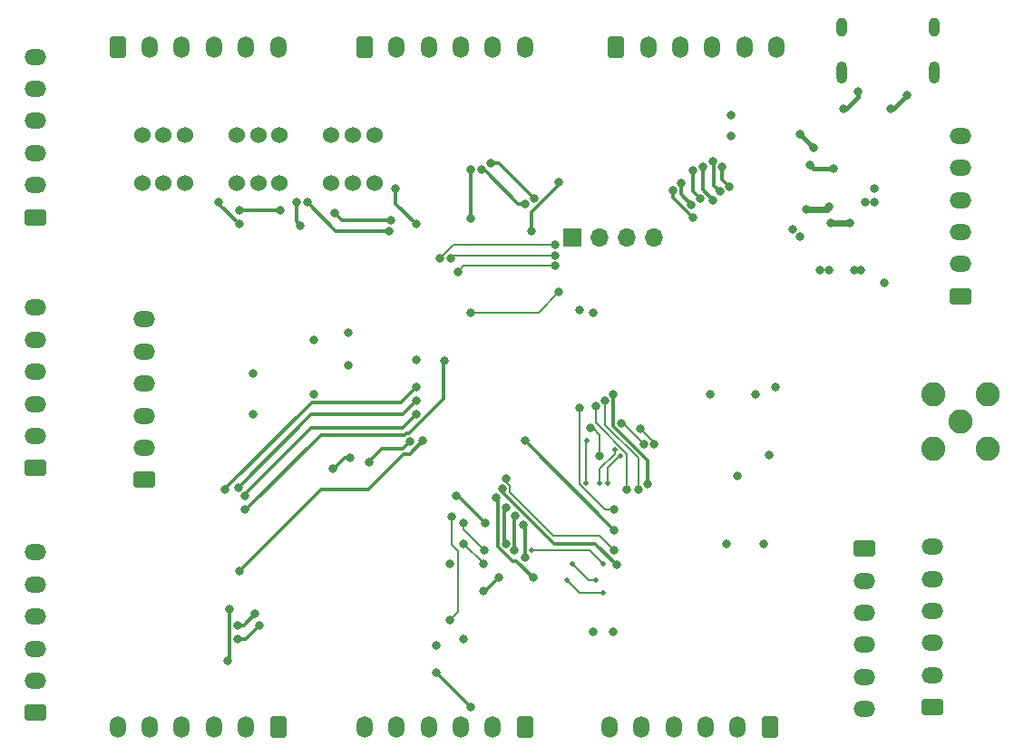
<source format=gbr>
%TF.GenerationSoftware,KiCad,Pcbnew,7.0.7*%
%TF.CreationDate,2023-09-06T20:36:42+03:00*%
%TF.ProjectId,apollo,61706f6c-6c6f-42e6-9b69-6361645f7063,rev?*%
%TF.SameCoordinates,Original*%
%TF.FileFunction,Copper,L4,Bot*%
%TF.FilePolarity,Positive*%
%FSLAX46Y46*%
G04 Gerber Fmt 4.6, Leading zero omitted, Abs format (unit mm)*
G04 Created by KiCad (PCBNEW 7.0.7) date 2023-09-06 20:36:42*
%MOMM*%
%LPD*%
G01*
G04 APERTURE LIST*
G04 Aperture macros list*
%AMRoundRect*
0 Rectangle with rounded corners*
0 $1 Rounding radius*
0 $2 $3 $4 $5 $6 $7 $8 $9 X,Y pos of 4 corners*
0 Add a 4 corners polygon primitive as box body*
4,1,4,$2,$3,$4,$5,$6,$7,$8,$9,$2,$3,0*
0 Add four circle primitives for the rounded corners*
1,1,$1+$1,$2,$3*
1,1,$1+$1,$4,$5*
1,1,$1+$1,$6,$7*
1,1,$1+$1,$8,$9*
0 Add four rect primitives between the rounded corners*
20,1,$1+$1,$2,$3,$4,$5,0*
20,1,$1+$1,$4,$5,$6,$7,0*
20,1,$1+$1,$6,$7,$8,$9,0*
20,1,$1+$1,$8,$9,$2,$3,0*%
G04 Aperture macros list end*
%TA.AperFunction,ComponentPad*%
%ADD10RoundRect,0.250001X0.759999X-0.499999X0.759999X0.499999X-0.759999X0.499999X-0.759999X-0.499999X0*%
%TD*%
%TA.AperFunction,ComponentPad*%
%ADD11O,2.020000X1.500000*%
%TD*%
%TA.AperFunction,ComponentPad*%
%ADD12R,1.700000X1.700000*%
%TD*%
%TA.AperFunction,ComponentPad*%
%ADD13O,1.700000X1.700000*%
%TD*%
%TA.AperFunction,ComponentPad*%
%ADD14RoundRect,0.250001X-0.499999X-0.759999X0.499999X-0.759999X0.499999X0.759999X-0.499999X0.759999X0*%
%TD*%
%TA.AperFunction,ComponentPad*%
%ADD15O,1.500000X2.020000*%
%TD*%
%TA.AperFunction,ComponentPad*%
%ADD16O,1.000000X1.800000*%
%TD*%
%TA.AperFunction,ComponentPad*%
%ADD17O,1.000000X2.100000*%
%TD*%
%TA.AperFunction,ComponentPad*%
%ADD18C,2.250000*%
%TD*%
%TA.AperFunction,ComponentPad*%
%ADD19RoundRect,0.250001X0.499999X0.759999X-0.499999X0.759999X-0.499999X-0.759999X0.499999X-0.759999X0*%
%TD*%
%TA.AperFunction,ComponentPad*%
%ADD20C,1.524000*%
%TD*%
%TA.AperFunction,ComponentPad*%
%ADD21RoundRect,0.250001X-0.759999X0.499999X-0.759999X-0.499999X0.759999X-0.499999X0.759999X0.499999X0*%
%TD*%
%TA.AperFunction,ViaPad*%
%ADD22C,0.800000*%
%TD*%
%TA.AperFunction,ViaPad*%
%ADD23C,0.500000*%
%TD*%
%TA.AperFunction,Conductor*%
%ADD24C,0.200000*%
%TD*%
%TA.AperFunction,Conductor*%
%ADD25C,0.300000*%
%TD*%
%TA.AperFunction,Conductor*%
%ADD26C,0.450000*%
%TD*%
%TA.AperFunction,Conductor*%
%ADD27C,0.600000*%
%TD*%
G04 APERTURE END LIST*
D10*
%TO.P,J9,1,Pin_1*%
%TO.N,BTN_1*%
X121285000Y-102805000D03*
D11*
%TO.P,J9,2,Pin_2*%
%TO.N,ADC_01*%
X121285000Y-99805000D03*
%TO.P,J9,3,Pin_3*%
%TO.N,ADC_00*%
X121285000Y-96805000D03*
%TO.P,J9,4,Pin_4*%
%TO.N,ADC_11*%
X121285000Y-93805000D03*
%TO.P,J9,5,Pin_5*%
%TO.N,ADC_10*%
X121285000Y-90805000D03*
%TO.P,J9,6,Pin_6*%
%TO.N,GND*%
X121285000Y-87805000D03*
%TD*%
D12*
%TO.P,J16,1,Pin_1*%
%TO.N,Net-(J16-Pin_1)*%
X171450000Y-81280000D03*
D13*
%TO.P,J16,2,Pin_2*%
%TO.N,Net-(J16-Pin_2)*%
X173990000Y-81280000D03*
%TO.P,J16,3,Pin_3*%
%TO.N,Net-(J16-Pin_3)*%
X176530000Y-81280000D03*
%TO.P,J16,4,Pin_4*%
%TO.N,Net-(J16-Pin_4)*%
X179070000Y-81280000D03*
%TD*%
D14*
%TO.P,J11,1,Pin_1*%
%TO.N,BTN_1*%
X128970000Y-63500000D03*
D15*
%TO.P,J11,2,Pin_2*%
%TO.N,GPIO_01*%
X131970000Y-63500000D03*
%TO.P,J11,3,Pin_3*%
%TO.N,GPIO_98*%
X134970000Y-63500000D03*
%TO.P,J11,4,Pin_4*%
%TO.N,GPIO_97*%
X137970000Y-63500000D03*
%TO.P,J11,5,Pin_5*%
%TO.N,GPIO_96*%
X140970000Y-63500000D03*
%TO.P,J11,6,Pin_6*%
%TO.N,GND*%
X143970000Y-63500000D03*
%TD*%
D16*
%TO.P,J2,S1,SHIELD*%
%TO.N,unconnected-(J2-SHIELD-PadS1)*%
X196570500Y-61650000D03*
D17*
X196570500Y-65850000D03*
D16*
X205210500Y-61650000D03*
D17*
X205210500Y-65850000D03*
%TD*%
D10*
%TO.P,J15,1,Pin_1*%
%TO.N,BTN_1*%
X205050000Y-125140000D03*
D11*
%TO.P,J15,2,Pin_2*%
%TO.N,GND*%
X205050000Y-122140000D03*
%TO.P,J15,3,Pin_3*%
%TO.N,BTN_1*%
X205050000Y-119140000D03*
%TO.P,J15,4,Pin_4*%
%TO.N,GND*%
X205050000Y-116140000D03*
%TO.P,J15,5,Pin_5*%
%TO.N,BTN_1*%
X205050000Y-113140000D03*
%TO.P,J15,6,Pin_6*%
%TO.N,GND*%
X205050000Y-110140000D03*
%TD*%
D18*
%TO.P,J5,1,In*%
%TO.N,Net-(J5-In)*%
X207645000Y-98425000D03*
%TO.P,J5,2,Ext*%
%TO.N,GND*%
X210185000Y-95885000D03*
X205105000Y-95885000D03*
X210185000Y-100965000D03*
X205105000Y-100965000D03*
%TD*%
D19*
%TO.P,J13,1,Pin_1*%
%TO.N,BTN_1*%
X167005000Y-127000000D03*
D15*
%TO.P,J13,2,Pin_2*%
%TO.N,DAC*%
X164005000Y-127000000D03*
%TO.P,J13,3,Pin_3*%
%TO.N,I2C_SDA*%
X161005000Y-127000000D03*
%TO.P,J13,4,Pin_4*%
%TO.N,I2C_SCL*%
X158005000Y-127000000D03*
%TO.P,J13,5,Pin_5*%
%TO.N,GPIO_45*%
X155005000Y-127000000D03*
%TO.P,J13,6,Pin_6*%
%TO.N,GND*%
X152005000Y-127000000D03*
%TD*%
D20*
%TO.P,SW4,1,1*%
%TO.N,BTN_1*%
X135255000Y-76200000D03*
%TO.P,SW4,2,2*%
%TO.N,GND*%
X133255000Y-76200000D03*
X131255000Y-76200000D03*
%TO.P,SW4,4*%
%TO.N,N/C*%
X131255000Y-71700000D03*
%TO.P,SW4,5*%
X133255000Y-71700000D03*
%TO.P,SW4,6*%
X135255000Y-71700000D03*
%TD*%
D10*
%TO.P,J12,1,Pin_1*%
%TO.N,BTN_1*%
X121285000Y-125665000D03*
D11*
%TO.P,J12,2,Pin_2*%
%TO.N,SPI3_SCK*%
X121285000Y-122665000D03*
%TO.P,J12,3,Pin_3*%
%TO.N,SPI3_MISO*%
X121285000Y-119665000D03*
%TO.P,J12,4,Pin_4*%
%TO.N,SPI3_MOSI*%
X121285000Y-116665000D03*
%TO.P,J12,5,Pin_5*%
%TO.N,SPI3_CE*%
X121285000Y-113665000D03*
%TO.P,J12,6,Pin_6*%
%TO.N,GND*%
X121285000Y-110665000D03*
%TD*%
D10*
%TO.P,J14,1,Pin_1*%
%TO.N,VCC*%
X207645000Y-86755000D03*
D11*
%TO.P,J14,2,Pin_2*%
%TO.N,GND*%
X207645000Y-83755000D03*
%TO.P,J14,3,Pin_3*%
%TO.N,VCC*%
X207645000Y-80755000D03*
%TO.P,J14,4,Pin_4*%
%TO.N,GND*%
X207645000Y-77755000D03*
%TO.P,J14,5,Pin_5*%
%TO.N,VCC*%
X207645000Y-74755000D03*
%TO.P,J14,6,Pin_6*%
%TO.N,GND*%
X207645000Y-71755000D03*
%TD*%
D21*
%TO.P,J7,1,Pin_1*%
%TO.N,T4C2*%
X198700000Y-110315000D03*
D11*
%TO.P,J7,2,Pin_2*%
%TO.N,T4C1*%
X198700000Y-113315000D03*
%TO.P,J7,3,Pin_3*%
%TO.N,BTN_1*%
X198700000Y-116315000D03*
%TO.P,J7,4,Pin_4*%
%TO.N,GPIO_58*%
X198700000Y-119315000D03*
%TO.P,J7,5,Pin_5*%
%TO.N,GPIO_57*%
X198700000Y-122315000D03*
%TO.P,J7,6,Pin_6*%
%TO.N,GND*%
X198700000Y-125315000D03*
%TD*%
D14*
%TO.P,J3,1,Pin_1*%
%TO.N,BTN_1*%
X152005000Y-63500000D03*
D15*
%TO.P,J3,2,Pin_2*%
%TO.N,JTDO*%
X155005000Y-63500000D03*
%TO.P,J3,3,Pin_3*%
%TO.N,JTCK*%
X158005000Y-63500000D03*
%TO.P,J3,4,Pin_4*%
%TO.N,JSTM*%
X161005000Y-63500000D03*
%TO.P,J3,5,Pin_5*%
%TO.N,JTDI*%
X164005000Y-63500000D03*
%TO.P,J3,6,Pin_6*%
%TO.N,NJTRST*%
X167005000Y-63500000D03*
%TD*%
D10*
%TO.P,J10,1,Pin_1*%
%TO.N,BTN_1*%
X121285000Y-79375000D03*
D11*
%TO.P,J10,2,Pin_2*%
%TO.N,GPIO_05*%
X121285000Y-76375000D03*
%TO.P,J10,3,Pin_3*%
%TO.N,GPIO_04*%
X121285000Y-73375000D03*
%TO.P,J10,4,Pin_4*%
%TO.N,GPIO_03*%
X121285000Y-70375000D03*
%TO.P,J10,5,Pin_5*%
%TO.N,GPIO_02*%
X121285000Y-67375000D03*
%TO.P,J10,6,Pin_6*%
%TO.N,GND*%
X121285000Y-64375000D03*
%TD*%
D20*
%TO.P,SW5,1,1*%
%TO.N,BTN_1*%
X144113000Y-76200000D03*
%TO.P,SW5,2,2*%
%TO.N,GND*%
X142113000Y-76200000D03*
X140113000Y-76200000D03*
%TO.P,SW5,4*%
%TO.N,N/C*%
X140113000Y-71700000D03*
%TO.P,SW5,5*%
X142113000Y-71700000D03*
%TO.P,SW5,6*%
X144113000Y-71700000D03*
%TD*%
%TO.P,SW6,1,1*%
%TO.N,BTN_1*%
X152940000Y-76200000D03*
%TO.P,SW6,2,2*%
%TO.N,GND*%
X150940000Y-76200000D03*
X148940000Y-76200000D03*
%TO.P,SW6,4*%
%TO.N,N/C*%
X148940000Y-71700000D03*
%TO.P,SW6,5*%
X150940000Y-71700000D03*
%TO.P,SW6,6*%
X152940000Y-71700000D03*
%TD*%
D10*
%TO.P,J4,1,Pin_1*%
%TO.N,BTN_1*%
X131445000Y-103900000D03*
D11*
%TO.P,J4,2,Pin_2*%
X131445000Y-100900000D03*
%TO.P,J4,3,Pin_3*%
X131445000Y-97900000D03*
%TO.P,J4,4,Pin_4*%
%TO.N,Net-(J4-Pin_4)*%
X131445000Y-94900000D03*
%TO.P,J4,5,Pin_5*%
%TO.N,Net-(J4-Pin_5)*%
X131445000Y-91900000D03*
%TO.P,J4,6,Pin_6*%
%TO.N,Net-(J4-Pin_6)*%
X131445000Y-88900000D03*
%TD*%
D19*
%TO.P,J8,1,Pin_1*%
%TO.N,BTN_1*%
X189865000Y-127000000D03*
D15*
%TO.P,J8,2,Pin_2*%
%TO.N,GPIO_44*%
X186865000Y-127000000D03*
%TO.P,J8,3,Pin_3*%
%TO.N,GPIO_43*%
X183865000Y-127000000D03*
%TO.P,J8,4,Pin_4*%
%TO.N,GPIO_42*%
X180865000Y-127000000D03*
%TO.P,J8,5,Pin_5*%
%TO.N,GPIO_41*%
X177865000Y-127000000D03*
%TO.P,J8,6,Pin_6*%
%TO.N,GND*%
X174865000Y-127000000D03*
%TD*%
D19*
%TO.P,J1,1,Pin_1*%
%TO.N,GND*%
X143970000Y-127000000D03*
D15*
%TO.P,J1,2,Pin_2*%
%TO.N,UART_CTS*%
X140970000Y-127000000D03*
%TO.P,J1,3,Pin_3*%
%TO.N,Net-(J1-Pin_3)*%
X137970000Y-127000000D03*
%TO.P,J1,4,Pin_4*%
%TO.N,UART_TX*%
X134970000Y-127000000D03*
%TO.P,J1,5,Pin_5*%
%TO.N,UART_RX*%
X131970000Y-127000000D03*
%TO.P,J1,6,Pin_6*%
%TO.N,UART_RTS*%
X128970000Y-127000000D03*
%TD*%
D14*
%TO.P,J6,1,Pin_1*%
%TO.N,T3C4*%
X175500000Y-63500000D03*
D15*
%TO.P,J6,2,Pin_2*%
%TO.N,T3C3*%
X178500000Y-63500000D03*
%TO.P,J6,3,Pin_3*%
%TO.N,T3C2*%
X181500000Y-63500000D03*
%TO.P,J6,4,Pin_4*%
%TO.N,T3C1*%
X184500000Y-63500000D03*
%TO.P,J6,5,Pin_5*%
%TO.N,T4C4*%
X187500000Y-63500000D03*
%TO.P,J6,6,Pin_6*%
%TO.N,T4C3*%
X190500000Y-63500000D03*
%TD*%
D22*
%TO.N,Net-(J16-Pin_4)*%
X161925000Y-88265000D03*
X170180000Y-86360000D03*
%TO.N,Net-(J16-Pin_3)*%
X160759003Y-84455000D03*
X169809500Y-83914006D03*
%TO.N,Net-(J16-Pin_2)*%
X160059503Y-83185000D03*
X169809500Y-82914503D03*
%TO.N,Net-(J16-Pin_1)*%
X169809500Y-81915000D03*
X159060000Y-83185000D03*
%TO.N,DAC*%
X158750000Y-121920000D03*
X161925000Y-125095000D03*
%TO.N,BOOT*%
X159490023Y-92815023D03*
X140895500Y-106680000D03*
%TO.N,SPI3_SCK*%
X157479379Y-100255523D03*
X140335000Y-112395000D03*
%TO.N,GPIO_01*%
X140335000Y-80010000D03*
X138430000Y-77990500D03*
%TO.N,GPIO_98*%
X145685497Y-77990500D03*
X146050000Y-80124500D03*
%TO.N,GPIO_97*%
X154305000Y-80645000D03*
X146685000Y-77990500D03*
%TO.N,GPIO_96*%
X154460227Y-79644727D03*
X149210940Y-78935986D03*
%TO.N,GPIO_57*%
X175324500Y-106680000D03*
X172085000Y-97179500D03*
%TO.N,GPIO_58*%
X173606153Y-96990975D03*
X176530000Y-104775000D03*
%TO.N,T4C1*%
X174486997Y-96518619D03*
X177575817Y-104840195D03*
%TO.N,T4C2*%
X175260000Y-95885000D03*
X178435000Y-104329500D03*
%TO.N,T3C4*%
X182715437Y-79425062D03*
X180837819Y-76838015D03*
%TO.N,T3C3*%
X182534037Y-78183708D03*
X181591278Y-76181278D03*
%TO.N,T3C2*%
X183369165Y-77634557D03*
X182644485Y-75000634D03*
%TO.N,T3C1*%
X184549110Y-77754548D03*
X183576853Y-74640500D03*
%TO.N,T4C4*%
X185187005Y-76985071D03*
X184542040Y-74162806D03*
%TO.N,T4C3*%
X185420000Y-74640500D03*
X186055000Y-76489500D03*
%TO.N,NJTRST*%
X156845000Y-80010000D03*
X154940000Y-76720500D03*
%TO.N,JTDI*%
X167640000Y-80645000D03*
X170180000Y-76085500D03*
%TO.N,JSTM*%
X167857993Y-77584031D03*
X163830000Y-74295000D03*
%TO.N,JTCK*%
X167005000Y-78105000D03*
X162924503Y-74930000D03*
%TO.N,JTDO*%
X161925000Y-79489500D03*
X161925000Y-74930000D03*
%TO.N,BTN_1*%
X140335000Y-78740000D03*
X144145000Y-78740000D03*
%TO.N,SPI3_CE*%
X156845000Y-95250000D03*
X139027546Y-104764502D03*
%TO.N,SPI3_MOSI*%
X156845000Y-96520000D03*
X140224369Y-104655832D03*
%TO.N,SPI3_MISO*%
X156845000Y-97790000D03*
X140895500Y-105410000D03*
%TO.N,Net-(J1-Pin_3)*%
X139220227Y-120805227D03*
X139451470Y-115956470D03*
%TO.N,UART_TX*%
X156237246Y-100303018D03*
X152448010Y-102283010D03*
X142240000Y-117475000D03*
X140220500Y-118745000D03*
%TO.N,UART_RX*%
X141817477Y-116417477D03*
X140220500Y-117475000D03*
%TO.N,UART_RTS*%
X149110500Y-102812750D03*
X150707477Y-101812477D03*
%TO.N,GPIO_44*%
X167005000Y-100255500D03*
X175324500Y-108585000D03*
%TO.N,GPIO_43*%
X165241449Y-103793724D03*
X175324500Y-110490000D03*
%TO.N,GPIO_42*%
X164863484Y-104719007D03*
X175531500Y-111825856D03*
%TO.N,GPIO_41*%
X164350500Y-105576826D03*
X167754500Y-113030000D03*
%TO.N,I2C_SDA*%
X166871549Y-108097306D03*
X167005000Y-111125000D03*
%TO.N,I2C_SCL*%
X166041813Y-110500849D03*
X166059122Y-107284878D03*
%TO.N,GPIO_45*%
X165277122Y-106502878D03*
X165279000Y-109855000D03*
%TO.N,VCC*%
X202679500Y-67954116D03*
X201180500Y-69215000D03*
X198066560Y-67664657D03*
X197345000Y-79870000D03*
X195546000Y-79870000D03*
X196715227Y-69230227D03*
%TO.N,CSB_ACCEL*%
X163130500Y-111760000D03*
X161225500Y-109855000D03*
%TO.N,CSB_GYRO*%
X160020000Y-116969500D03*
X160159500Y-107315000D03*
%TO.N,INT1_ACC*%
X163130500Y-114300000D03*
X163259500Y-107950000D03*
X164529500Y-113030000D03*
X160590500Y-105410000D03*
%TO.N,INT2__ACC*%
X163195000Y-110490000D03*
X161225500Y-107950000D03*
D23*
%TO.N,CSB_MAG*%
X174282000Y-111760000D03*
X167640000Y-110490000D03*
%TO.N,INT1_MAG*%
X174284009Y-114453147D03*
X170942000Y-113284000D03*
%TO.N,MAG_DRDY*%
X171450000Y-111760000D03*
X173633731Y-113233656D03*
%TO.N,SPI2_SCK*%
X172791056Y-100258944D03*
X172720000Y-104179500D03*
D22*
X177800000Y-99140500D03*
X179070000Y-100539500D03*
%TO.N,SPI2_MISO*%
X173131088Y-99060937D03*
D23*
X175906171Y-101669007D03*
X174689503Y-104179500D03*
D22*
X173990000Y-101664500D03*
D23*
%TO.N,SPI2_MOSI*%
X173990000Y-104179500D03*
D22*
X178070497Y-100539500D03*
D23*
X175396576Y-101115000D03*
D22*
X176011685Y-98605590D03*
%TO.N,USBD-*%
X192635500Y-71615000D03*
X193905500Y-72885000D03*
%TO.N,BTN_1*%
X189765000Y-101600000D03*
X158750000Y-119380000D03*
X195390003Y-84315000D03*
X198350500Y-84315000D03*
X172064270Y-88002323D03*
X141605000Y-97790000D03*
X193255840Y-78602186D03*
X160020000Y-111760000D03*
X197715500Y-84315000D03*
X173355000Y-88265000D03*
X161290000Y-118745000D03*
X175260000Y-118111250D03*
X150495000Y-90170000D03*
X141605000Y-93980000D03*
X150495000Y-93230500D03*
X147320000Y-90805000D03*
X147320000Y-95885000D03*
X195361793Y-78413707D03*
X156845000Y-92710000D03*
X194540500Y-84315000D03*
X185800000Y-109855000D03*
X189269258Y-109855000D03*
X173355000Y-118111250D03*
X186830500Y-103505000D03*
%TO.N,GND*%
X184295000Y-95885000D03*
X198770997Y-77965000D03*
X193639990Y-74524490D03*
X190400000Y-95250000D03*
X192000500Y-80505000D03*
X188495000Y-95885000D03*
X186245000Y-69850000D03*
X192635500Y-81140000D03*
X200560750Y-85519750D03*
X186245000Y-71755000D03*
X199620500Y-76695000D03*
X199620500Y-77965000D03*
X195810500Y-74790000D03*
%TD*%
D24*
%TO.N,Net-(J16-Pin_4)*%
X168275000Y-88265000D02*
X161925000Y-88265000D01*
X170180000Y-86360000D02*
X168275000Y-88265000D01*
%TO.N,Net-(J16-Pin_3)*%
X161299997Y-83914006D02*
X160759003Y-84455000D01*
X169809500Y-83914006D02*
X161299997Y-83914006D01*
%TO.N,Net-(J16-Pin_2)*%
X160330000Y-82914503D02*
X160059503Y-83185000D01*
X169809500Y-82914503D02*
X160330000Y-82914503D01*
%TO.N,Net-(J16-Pin_1)*%
X159060000Y-83185000D02*
X160330000Y-81915000D01*
X160330000Y-81915000D02*
X169809500Y-81915000D01*
D25*
%TO.N,DAC*%
X161925000Y-125095000D02*
X158750000Y-121920000D01*
%TO.N,SPI3_SCK*%
X156269902Y-101465000D02*
X157479379Y-100255523D01*
X155710000Y-101465000D02*
X156269902Y-101465000D01*
X152400000Y-104775000D02*
X155710000Y-101465000D01*
X147955000Y-104775000D02*
X152400000Y-104775000D01*
X140335000Y-112395000D02*
X147955000Y-104775000D01*
%TO.N,UART_TX*%
X153670000Y-100965000D02*
X155575264Y-100965000D01*
X152448010Y-102186990D02*
X153670000Y-100965000D01*
X152448010Y-102283010D02*
X152448010Y-102186990D01*
X155575264Y-100965000D02*
X156237246Y-100303018D01*
%TO.N,SPI3_MISO*%
X155575000Y-99060000D02*
X156845000Y-97790000D01*
X147072500Y-99060000D02*
X155575000Y-99060000D01*
X140895500Y-105237000D02*
X147072500Y-99060000D01*
X140895500Y-105410000D02*
X140895500Y-105237000D01*
%TO.N,BOOT*%
X159385000Y-96310661D02*
X159385000Y-92920046D01*
X156142643Y-99553018D02*
X159385000Y-96310661D01*
X155926585Y-99553018D02*
X156142643Y-99553018D01*
X155784603Y-99695000D02*
X155926585Y-99553018D01*
X147955000Y-99695000D02*
X155784603Y-99695000D01*
X159385000Y-92920046D02*
X159490023Y-92815023D01*
X140970000Y-106680000D02*
X147955000Y-99695000D01*
X140895500Y-106680000D02*
X140970000Y-106680000D01*
%TO.N,SPI3_CE*%
X155460000Y-96635000D02*
X156845000Y-95250000D01*
X139027546Y-104737546D02*
X147130092Y-96635000D01*
X147130092Y-96635000D02*
X155460000Y-96635000D01*
X139027546Y-104764502D02*
X139027546Y-104737546D01*
%TO.N,SPI3_MOSI*%
X147035046Y-97790000D02*
X155575000Y-97790000D01*
X140224369Y-104600677D02*
X147035046Y-97790000D01*
X140224369Y-104655832D02*
X140224369Y-104600677D01*
X155575000Y-97790000D02*
X156845000Y-96520000D01*
%TO.N,UART_RTS*%
X149167750Y-102812750D02*
X150168023Y-101812477D01*
X149110500Y-102812750D02*
X149167750Y-102812750D01*
X150168023Y-101812477D02*
X150707477Y-101812477D01*
%TO.N,GPIO_01*%
X138430000Y-78105000D02*
X140335000Y-80010000D01*
X138430000Y-77990500D02*
X138430000Y-78105000D01*
%TO.N,GPIO_98*%
X146050000Y-80124500D02*
X145685497Y-79759997D01*
X145685497Y-79759997D02*
X145685497Y-77990500D01*
%TO.N,GPIO_97*%
X149339500Y-80645000D02*
X154305000Y-80645000D01*
X146685000Y-77990500D02*
X149339500Y-80645000D01*
%TO.N,GPIO_96*%
X149919681Y-79644727D02*
X154460227Y-79644727D01*
X149210940Y-78935986D02*
X149919681Y-79644727D01*
D24*
%TO.N,GPIO_57*%
X172085000Y-104322318D02*
X172085000Y-97179500D01*
X174442682Y-106680000D02*
X172085000Y-104322318D01*
X175324500Y-106680000D02*
X174442682Y-106680000D01*
%TO.N,SPI2_MISO*%
X173990000Y-99695000D02*
X173990000Y-101664500D01*
X173355937Y-99060937D02*
X173990000Y-99695000D01*
X173131088Y-99060937D02*
X173355937Y-99060937D01*
%TO.N,GPIO_58*%
X173606153Y-96990975D02*
X173606153Y-98546759D01*
X173606153Y-98546759D02*
X176530000Y-101470606D01*
X176530000Y-101470606D02*
X176530000Y-104775000D01*
%TO.N,T4C1*%
X174486997Y-96518619D02*
X174486997Y-98777252D01*
X177575817Y-101866072D02*
X177575817Y-104840195D01*
X174486997Y-98777252D02*
X177575817Y-101866072D01*
D25*
%TO.N,T4C2*%
X175260000Y-98913859D02*
X178435000Y-102088859D01*
X175260000Y-95885000D02*
X175260000Y-98913859D01*
X178435000Y-102088859D02*
X178435000Y-104329500D01*
D24*
%TO.N,SPI2_MISO*%
X175825993Y-101669007D02*
X174689503Y-102805497D01*
X175906171Y-101669007D02*
X175825993Y-101669007D01*
X174689503Y-102805497D02*
X174689503Y-104179500D01*
%TO.N,SPI2_MOSI*%
X173990000Y-102870000D02*
X173990000Y-104179500D01*
X175396576Y-101115000D02*
X175396576Y-101463424D01*
X175396576Y-101463424D02*
X173990000Y-102870000D01*
X176136587Y-98605590D02*
X178070497Y-100539500D01*
X176011685Y-98605590D02*
X176136587Y-98605590D01*
D25*
%TO.N,T3C4*%
X180837819Y-77547444D02*
X182715437Y-79425062D01*
X180837819Y-76838015D02*
X180837819Y-77547444D01*
%TO.N,T3C3*%
X181591278Y-76181278D02*
X181591278Y-77240949D01*
X181591278Y-77240949D02*
X182534037Y-78183708D01*
%TO.N,T3C2*%
X182644485Y-76909877D02*
X182644485Y-75000634D01*
X183369165Y-77634557D02*
X182644485Y-76909877D01*
%TO.N,T3C1*%
X183576853Y-76782291D02*
X183576853Y-74640500D01*
X184549110Y-77754548D02*
X183576853Y-76782291D01*
%TO.N,T4C4*%
X184670500Y-76468566D02*
X184670500Y-74291266D01*
X185187005Y-76985071D02*
X184670500Y-76468566D01*
X184670500Y-74291266D02*
X184542040Y-74162806D01*
%TO.N,T4C3*%
X185420000Y-74640500D02*
X185420000Y-75854500D01*
X185420000Y-75854500D02*
X186055000Y-76489500D01*
%TO.N,NJTRST*%
X154940000Y-78105000D02*
X156845000Y-80010000D01*
X154940000Y-76720500D02*
X154940000Y-78105000D01*
%TO.N,JTDI*%
X167640000Y-78862685D02*
X167640000Y-80645000D01*
X170180000Y-76322685D02*
X167640000Y-78862685D01*
X170180000Y-76085500D02*
X170180000Y-76322685D01*
%TO.N,JSTM*%
X164568962Y-74295000D02*
X167857993Y-77584031D01*
X163830000Y-74295000D02*
X164568962Y-74295000D01*
%TO.N,JTCK*%
X163195000Y-74930000D02*
X166370000Y-78105000D01*
X166370000Y-78105000D02*
X167005000Y-78105000D01*
X162924503Y-74930000D02*
X163195000Y-74930000D01*
%TO.N,JTDO*%
X161925000Y-74930000D02*
X161925000Y-79489500D01*
%TO.N,BTN_1*%
X144145000Y-78740000D02*
X140335000Y-78740000D01*
%TO.N,Net-(J1-Pin_3)*%
X139451470Y-120573984D02*
X139451470Y-115956470D01*
X139220227Y-120805227D02*
X139451470Y-120573984D01*
%TO.N,UART_TX*%
X140220500Y-118745000D02*
X140970000Y-118745000D01*
X140970000Y-118745000D02*
X142240000Y-117475000D01*
%TO.N,UART_RX*%
X140759954Y-117475000D02*
X141817477Y-116417477D01*
X140220500Y-117475000D02*
X140759954Y-117475000D01*
%TO.N,GPIO_44*%
X175324500Y-108585000D02*
X175324500Y-108575000D01*
X175324500Y-108575000D02*
X167005000Y-100255500D01*
D24*
%TO.N,GPIO_43*%
X165241449Y-104107022D02*
X165241449Y-103793724D01*
X165563484Y-104429057D02*
X165241449Y-104107022D01*
X169618150Y-109146850D02*
X165563484Y-105092184D01*
X173981350Y-109146850D02*
X169618150Y-109146850D01*
X165563484Y-105092184D02*
X165563484Y-104429057D01*
X175324500Y-110490000D02*
X173981350Y-109146850D01*
D25*
%TO.N,GPIO_42*%
X173560644Y-109855000D02*
X175531500Y-111825856D01*
X169689904Y-109855000D02*
X173560644Y-109855000D01*
X164863484Y-104719007D02*
X164863484Y-105028580D01*
X164863484Y-105028580D02*
X169689904Y-109855000D01*
%TO.N,I2C_SDA*%
X167005000Y-108230757D02*
X167005000Y-111125000D01*
X166871549Y-108097306D02*
X167005000Y-108230757D01*
%TO.N,I2C_SCL*%
X166029000Y-110488036D02*
X166041813Y-110500849D01*
X166029000Y-107315000D02*
X166029000Y-110488036D01*
X166059122Y-107284878D02*
X166029000Y-107315000D01*
%TO.N,GPIO_45*%
X165100000Y-109676000D02*
X165279000Y-109855000D01*
X165277122Y-106502878D02*
X165100000Y-106680000D01*
X165100000Y-106680000D02*
X165100000Y-109676000D01*
%TO.N,GPIO_41*%
X166173839Y-111449339D02*
X167754500Y-113030000D01*
X164465000Y-110101661D02*
X165812678Y-111449339D01*
X165812678Y-111449339D02*
X166173839Y-111449339D01*
X164350500Y-105576826D02*
X164465000Y-105691326D01*
X164465000Y-105691326D02*
X164465000Y-110101661D01*
D26*
%TO.N,VCC*%
X201418616Y-69215000D02*
X202679500Y-67954116D01*
X201180500Y-69215000D02*
X201418616Y-69215000D01*
X196992393Y-69230227D02*
X198066560Y-68156060D01*
X196715227Y-69230227D02*
X196992393Y-69230227D01*
X198066560Y-67664657D02*
X198066560Y-68156060D01*
D27*
X197345000Y-79870000D02*
X195546000Y-79870000D01*
D24*
%TO.N,CSB_ACCEL*%
X161225500Y-109855000D02*
X161290000Y-109855000D01*
X161290000Y-109855000D02*
X163130500Y-111695500D01*
X163130500Y-111695500D02*
X163130500Y-111760000D01*
%TO.N,CSB_GYRO*%
X160159500Y-109994500D02*
X160159500Y-107315000D01*
X160720000Y-116269500D02*
X160720000Y-110555000D01*
X160720000Y-110555000D02*
X160159500Y-109994500D01*
X160020000Y-116969500D02*
X160720000Y-116269500D01*
D25*
%TO.N,INT1_ACC*%
X163259500Y-114300000D02*
X164529500Y-113030000D01*
X160719500Y-105410000D02*
X160590500Y-105410000D01*
X163259500Y-107950000D02*
X160719500Y-105410000D01*
X163130500Y-114300000D02*
X163259500Y-114300000D01*
D24*
%TO.N,INT2__ACC*%
X161225500Y-107950000D02*
X161225500Y-108520500D01*
X161225500Y-108520500D02*
X163195000Y-110490000D01*
%TO.N,CSB_MAG*%
X174282000Y-111760000D02*
X173012000Y-110490000D01*
X173012000Y-110490000D02*
X167640000Y-110490000D01*
%TO.N,INT1_MAG*%
X172111147Y-114453147D02*
X174284009Y-114453147D01*
X170942000Y-113284000D02*
X172111147Y-114453147D01*
%TO.N,MAG_DRDY*%
X172923656Y-113233656D02*
X171450000Y-111760000D01*
X173633731Y-113233656D02*
X172923656Y-113233656D01*
%TO.N,SPI2_SCK*%
X172720000Y-104179500D02*
X172720000Y-100330000D01*
X179070000Y-100410500D02*
X177800000Y-99140500D01*
X179070000Y-100539500D02*
X179070000Y-100410500D01*
X172720000Y-100330000D02*
X172791056Y-100258944D01*
D26*
%TO.N,USBD-*%
X193905500Y-72885000D02*
X192635500Y-71615000D01*
D27*
%TO.N,BTN_1*%
X195173314Y-78602186D02*
X195361793Y-78413707D01*
X193255840Y-78602186D02*
X195173314Y-78602186D01*
D26*
%TO.N,GND*%
X193905500Y-74790000D02*
X195810500Y-74790000D01*
X193639990Y-74524490D02*
X193905500Y-74790000D01*
%TD*%
M02*

</source>
